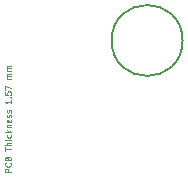
<source format=gbr>
%TF.GenerationSoftware,KiCad,Pcbnew,8.0.3*%
%TF.CreationDate,2024-06-27T20:48:53-04:00*%
%TF.ProjectId,charger-module,63686172-6765-4722-9d6d-6f64756c652e,v0.0.0*%
%TF.SameCoordinates,Original*%
%TF.FileFunction,Other,Comment*%
%FSLAX46Y46*%
G04 Gerber Fmt 4.6, Leading zero omitted, Abs format (unit mm)*
G04 Created by KiCad (PCBNEW 8.0.3) date 2024-06-27 20:48:53*
%MOMM*%
%LPD*%
G01*
G04 APERTURE LIST*
%ADD10C,0.100000*%
%ADD11C,0.150000*%
G04 APERTURE END LIST*
D10*
X1476109Y-15149998D02*
X976109Y-15149998D01*
X976109Y-15149998D02*
X976109Y-14959522D01*
X976109Y-14959522D02*
X999919Y-14911903D01*
X999919Y-14911903D02*
X1023728Y-14888093D01*
X1023728Y-14888093D02*
X1071347Y-14864284D01*
X1071347Y-14864284D02*
X1142776Y-14864284D01*
X1142776Y-14864284D02*
X1190395Y-14888093D01*
X1190395Y-14888093D02*
X1214204Y-14911903D01*
X1214204Y-14911903D02*
X1238014Y-14959522D01*
X1238014Y-14959522D02*
X1238014Y-15149998D01*
X1428490Y-14364284D02*
X1452300Y-14388093D01*
X1452300Y-14388093D02*
X1476109Y-14459522D01*
X1476109Y-14459522D02*
X1476109Y-14507141D01*
X1476109Y-14507141D02*
X1452300Y-14578569D01*
X1452300Y-14578569D02*
X1404680Y-14626188D01*
X1404680Y-14626188D02*
X1357061Y-14649998D01*
X1357061Y-14649998D02*
X1261823Y-14673807D01*
X1261823Y-14673807D02*
X1190395Y-14673807D01*
X1190395Y-14673807D02*
X1095157Y-14649998D01*
X1095157Y-14649998D02*
X1047538Y-14626188D01*
X1047538Y-14626188D02*
X999919Y-14578569D01*
X999919Y-14578569D02*
X976109Y-14507141D01*
X976109Y-14507141D02*
X976109Y-14459522D01*
X976109Y-14459522D02*
X999919Y-14388093D01*
X999919Y-14388093D02*
X1023728Y-14364284D01*
X1214204Y-13983331D02*
X1238014Y-13911903D01*
X1238014Y-13911903D02*
X1261823Y-13888093D01*
X1261823Y-13888093D02*
X1309442Y-13864284D01*
X1309442Y-13864284D02*
X1380871Y-13864284D01*
X1380871Y-13864284D02*
X1428490Y-13888093D01*
X1428490Y-13888093D02*
X1452300Y-13911903D01*
X1452300Y-13911903D02*
X1476109Y-13959522D01*
X1476109Y-13959522D02*
X1476109Y-14149998D01*
X1476109Y-14149998D02*
X976109Y-14149998D01*
X976109Y-14149998D02*
X976109Y-13983331D01*
X976109Y-13983331D02*
X999919Y-13935712D01*
X999919Y-13935712D02*
X1023728Y-13911903D01*
X1023728Y-13911903D02*
X1071347Y-13888093D01*
X1071347Y-13888093D02*
X1118966Y-13888093D01*
X1118966Y-13888093D02*
X1166585Y-13911903D01*
X1166585Y-13911903D02*
X1190395Y-13935712D01*
X1190395Y-13935712D02*
X1214204Y-13983331D01*
X1214204Y-13983331D02*
X1214204Y-14149998D01*
X976109Y-13340474D02*
X976109Y-13054760D01*
X1476109Y-13197617D02*
X976109Y-13197617D01*
X1476109Y-12888094D02*
X976109Y-12888094D01*
X1476109Y-12673808D02*
X1214204Y-12673808D01*
X1214204Y-12673808D02*
X1166585Y-12697618D01*
X1166585Y-12697618D02*
X1142776Y-12745237D01*
X1142776Y-12745237D02*
X1142776Y-12816665D01*
X1142776Y-12816665D02*
X1166585Y-12864284D01*
X1166585Y-12864284D02*
X1190395Y-12888094D01*
X1476109Y-12435713D02*
X1142776Y-12435713D01*
X976109Y-12435713D02*
X999919Y-12459522D01*
X999919Y-12459522D02*
X1023728Y-12435713D01*
X1023728Y-12435713D02*
X999919Y-12411903D01*
X999919Y-12411903D02*
X976109Y-12435713D01*
X976109Y-12435713D02*
X1023728Y-12435713D01*
X1452300Y-11983332D02*
X1476109Y-12030951D01*
X1476109Y-12030951D02*
X1476109Y-12126189D01*
X1476109Y-12126189D02*
X1452300Y-12173808D01*
X1452300Y-12173808D02*
X1428490Y-12197618D01*
X1428490Y-12197618D02*
X1380871Y-12221427D01*
X1380871Y-12221427D02*
X1238014Y-12221427D01*
X1238014Y-12221427D02*
X1190395Y-12197618D01*
X1190395Y-12197618D02*
X1166585Y-12173808D01*
X1166585Y-12173808D02*
X1142776Y-12126189D01*
X1142776Y-12126189D02*
X1142776Y-12030951D01*
X1142776Y-12030951D02*
X1166585Y-11983332D01*
X1476109Y-11769047D02*
X976109Y-11769047D01*
X1285633Y-11721428D02*
X1476109Y-11578571D01*
X1142776Y-11578571D02*
X1333252Y-11769047D01*
X1142776Y-11364285D02*
X1476109Y-11364285D01*
X1190395Y-11364285D02*
X1166585Y-11340475D01*
X1166585Y-11340475D02*
X1142776Y-11292856D01*
X1142776Y-11292856D02*
X1142776Y-11221428D01*
X1142776Y-11221428D02*
X1166585Y-11173809D01*
X1166585Y-11173809D02*
X1214204Y-11149999D01*
X1214204Y-11149999D02*
X1476109Y-11149999D01*
X1452300Y-10721428D02*
X1476109Y-10769047D01*
X1476109Y-10769047D02*
X1476109Y-10864285D01*
X1476109Y-10864285D02*
X1452300Y-10911904D01*
X1452300Y-10911904D02*
X1404680Y-10935713D01*
X1404680Y-10935713D02*
X1214204Y-10935713D01*
X1214204Y-10935713D02*
X1166585Y-10911904D01*
X1166585Y-10911904D02*
X1142776Y-10864285D01*
X1142776Y-10864285D02*
X1142776Y-10769047D01*
X1142776Y-10769047D02*
X1166585Y-10721428D01*
X1166585Y-10721428D02*
X1214204Y-10697618D01*
X1214204Y-10697618D02*
X1261823Y-10697618D01*
X1261823Y-10697618D02*
X1309442Y-10935713D01*
X1452300Y-10507142D02*
X1476109Y-10459523D01*
X1476109Y-10459523D02*
X1476109Y-10364285D01*
X1476109Y-10364285D02*
X1452300Y-10316666D01*
X1452300Y-10316666D02*
X1404680Y-10292857D01*
X1404680Y-10292857D02*
X1380871Y-10292857D01*
X1380871Y-10292857D02*
X1333252Y-10316666D01*
X1333252Y-10316666D02*
X1309442Y-10364285D01*
X1309442Y-10364285D02*
X1309442Y-10435714D01*
X1309442Y-10435714D02*
X1285633Y-10483333D01*
X1285633Y-10483333D02*
X1238014Y-10507142D01*
X1238014Y-10507142D02*
X1214204Y-10507142D01*
X1214204Y-10507142D02*
X1166585Y-10483333D01*
X1166585Y-10483333D02*
X1142776Y-10435714D01*
X1142776Y-10435714D02*
X1142776Y-10364285D01*
X1142776Y-10364285D02*
X1166585Y-10316666D01*
X1452300Y-10102380D02*
X1476109Y-10054761D01*
X1476109Y-10054761D02*
X1476109Y-9959523D01*
X1476109Y-9959523D02*
X1452300Y-9911904D01*
X1452300Y-9911904D02*
X1404680Y-9888095D01*
X1404680Y-9888095D02*
X1380871Y-9888095D01*
X1380871Y-9888095D02*
X1333252Y-9911904D01*
X1333252Y-9911904D02*
X1309442Y-9959523D01*
X1309442Y-9959523D02*
X1309442Y-10030952D01*
X1309442Y-10030952D02*
X1285633Y-10078571D01*
X1285633Y-10078571D02*
X1238014Y-10102380D01*
X1238014Y-10102380D02*
X1214204Y-10102380D01*
X1214204Y-10102380D02*
X1166585Y-10078571D01*
X1166585Y-10078571D02*
X1142776Y-10030952D01*
X1142776Y-10030952D02*
X1142776Y-9959523D01*
X1142776Y-9959523D02*
X1166585Y-9911904D01*
X1476109Y-9030952D02*
X1476109Y-9316666D01*
X1476109Y-9173809D02*
X976109Y-9173809D01*
X976109Y-9173809D02*
X1047538Y-9221428D01*
X1047538Y-9221428D02*
X1095157Y-9269047D01*
X1095157Y-9269047D02*
X1118966Y-9316666D01*
X1428490Y-8816667D02*
X1452300Y-8792857D01*
X1452300Y-8792857D02*
X1476109Y-8816667D01*
X1476109Y-8816667D02*
X1452300Y-8840476D01*
X1452300Y-8840476D02*
X1428490Y-8816667D01*
X1428490Y-8816667D02*
X1476109Y-8816667D01*
X976109Y-8340477D02*
X976109Y-8578572D01*
X976109Y-8578572D02*
X1214204Y-8602381D01*
X1214204Y-8602381D02*
X1190395Y-8578572D01*
X1190395Y-8578572D02*
X1166585Y-8530953D01*
X1166585Y-8530953D02*
X1166585Y-8411905D01*
X1166585Y-8411905D02*
X1190395Y-8364286D01*
X1190395Y-8364286D02*
X1214204Y-8340477D01*
X1214204Y-8340477D02*
X1261823Y-8316667D01*
X1261823Y-8316667D02*
X1380871Y-8316667D01*
X1380871Y-8316667D02*
X1428490Y-8340477D01*
X1428490Y-8340477D02*
X1452300Y-8364286D01*
X1452300Y-8364286D02*
X1476109Y-8411905D01*
X1476109Y-8411905D02*
X1476109Y-8530953D01*
X1476109Y-8530953D02*
X1452300Y-8578572D01*
X1452300Y-8578572D02*
X1428490Y-8602381D01*
X976109Y-8150001D02*
X976109Y-7816668D01*
X976109Y-7816668D02*
X1476109Y-8030953D01*
X1476109Y-7245240D02*
X1142776Y-7245240D01*
X1190395Y-7245240D02*
X1166585Y-7221430D01*
X1166585Y-7221430D02*
X1142776Y-7173811D01*
X1142776Y-7173811D02*
X1142776Y-7102383D01*
X1142776Y-7102383D02*
X1166585Y-7054764D01*
X1166585Y-7054764D02*
X1214204Y-7030954D01*
X1214204Y-7030954D02*
X1476109Y-7030954D01*
X1214204Y-7030954D02*
X1166585Y-7007145D01*
X1166585Y-7007145D02*
X1142776Y-6959526D01*
X1142776Y-6959526D02*
X1142776Y-6888097D01*
X1142776Y-6888097D02*
X1166585Y-6840478D01*
X1166585Y-6840478D02*
X1214204Y-6816668D01*
X1214204Y-6816668D02*
X1476109Y-6816668D01*
X1476109Y-6578573D02*
X1142776Y-6578573D01*
X1190395Y-6578573D02*
X1166585Y-6554763D01*
X1166585Y-6554763D02*
X1142776Y-6507144D01*
X1142776Y-6507144D02*
X1142776Y-6435716D01*
X1142776Y-6435716D02*
X1166585Y-6388097D01*
X1166585Y-6388097D02*
X1214204Y-6364287D01*
X1214204Y-6364287D02*
X1476109Y-6364287D01*
X1214204Y-6364287D02*
X1166585Y-6340478D01*
X1166585Y-6340478D02*
X1142776Y-6292859D01*
X1142776Y-6292859D02*
X1142776Y-6221430D01*
X1142776Y-6221430D02*
X1166585Y-6173811D01*
X1166585Y-6173811D02*
X1214204Y-6150001D01*
X1214204Y-6150001D02*
X1476109Y-6150001D01*
D11*
%TO.C,H1*%
X16000000Y-4000000D02*
G75*
G02*
X10000000Y-4000000I-3000000J0D01*
G01*
X10000000Y-4000000D02*
G75*
G02*
X16000000Y-4000000I3000000J0D01*
G01*
%TD*%
M02*

</source>
